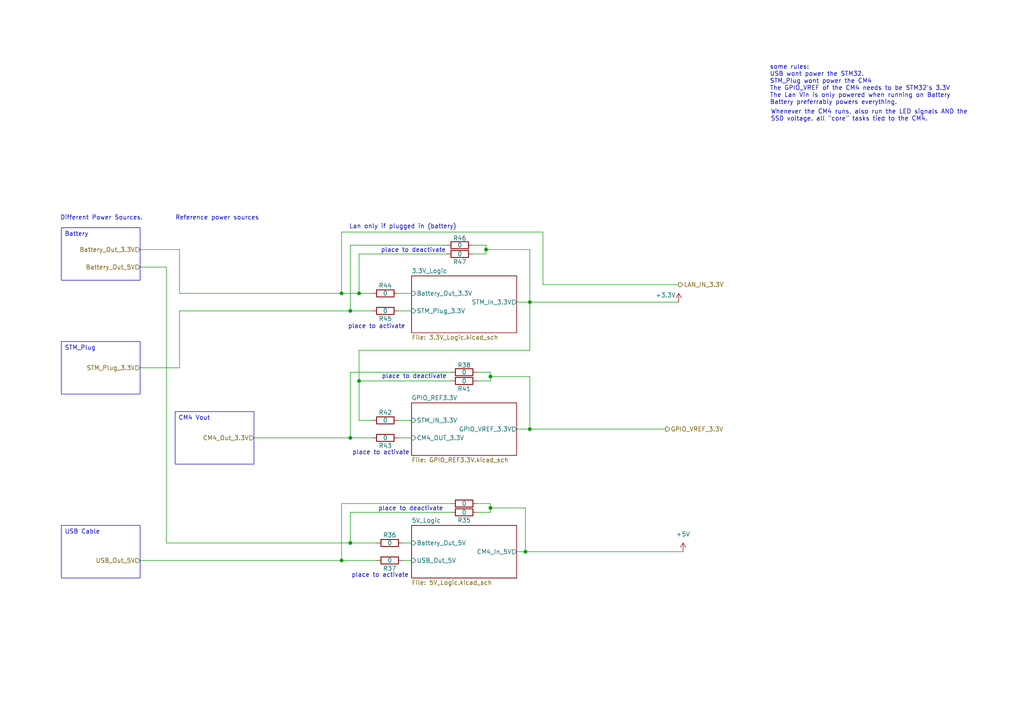
<source format=kicad_sch>
(kicad_sch (version 20250114) (generator "eeschema") (generator_version "9.0")
  (paper "A4")
  (title_block (date "2025-11-18") (company "Davide"))
  (lib_symbols
    (symbol "#dzdb:g_res/R-0-0603" (pin_numbers hide) (pin_names (offset 0))
      (property "Reference" "R" (at 2.032 0 90))
      (property "Value" "0" (at 0 0 90))
      (symbol "g_res/R-0-0603_0_1"
        (rectangle (start -1.016 -2.54) (end 1.016 2.54) (stroke (width 0.254)))
      )
      (symbol "g_res/R-0-0603_1_1"
        (pin passive line (at 0 3.81 270) (length 1.27) (name "~") (number "1"))
        (pin passive line (at 0 -3.81 90) (length 1.27) (name "~") (number "2"))
      )
    )
    (symbol "power:+3.3V" (power) (pin_numbers hide) (pin_names (offset 0) hide)
      (property "Value" "+3.3V" (at 0 3.556 0))
      (symbol "+3.3V_0_1"
        (polyline (pts (xy -0.762 1.27) (xy 0 2.54)))
        (polyline (pts (xy 0 2.54) (xy 0.762 1.27)))
        (polyline (pts (xy 0 0) (xy 0 2.54)))
      )
      (symbol "+3.3V_1_1"
        (pin power_in line (at 0 0 90) (length 0) (name "~") (number "1"))
      )
    )
    (symbol "power:+5V" (power) (pin_numbers hide) (pin_names (offset 0) hide)
      (property "Value" "+5V" (at 0 3.556 0))
      (symbol "+5V_0_1"
        (polyline (pts (xy -0.762 1.27) (xy 0 2.54)))
        (polyline (pts (xy 0 2.54) (xy 0.762 1.27)))
        (polyline (pts (xy 0 0) (xy 0 2.54)))
      )
      (symbol "+5V_1_1"
        (pin power_in line (at 0 0 90) (length 0) (name "~") (number "1"))
      )
    )
  )
  (junction (at 142.24 109.22))
  (junction (at 104.14 85.09))
  (junction (at 101.6 90.17))
  (junction (at 140.97 72.39))
  (junction (at 99.06 162.56))
  (junction (at 101.6 127))
  (junction (at 153.67 87.63))
  (junction (at 104.14 110.49))
  (junction (at 142.24 147.32))
  (junction (at 152.4 160.02))
  (junction (at 101.6 157.48))
  (junction (at 99.06 85.09))
  (junction (at 153.67 124.46))
  (wire (pts (xy 99.06 67.31) (xy 157.48 67.31)))
  (wire (pts (xy 101.6 148.59) (xy 101.6 157.48)))
  (wire (pts (xy 40.64 106.68) (xy 52.07 106.68)))
  (wire (pts (xy 101.6 157.48) (xy 109.22 157.48)))
  (wire (pts (xy 142.24 110.49) (xy 142.24 109.22)))
  (wire (pts (xy 107.95 121.92) (xy 104.14 121.92)))
  (wire (pts (xy 104.14 85.09) (xy 107.95 85.09)))
  (wire (pts (xy 40.64 162.56) (xy 99.06 162.56)))
  (wire (pts (xy 116.84 162.56) (xy 119.38 162.56)))
  (wire (pts (xy 149.86 124.46) (xy 153.67 124.46)))
  (wire (pts (xy 152.4 160.02) (xy 198.12 160.02)))
  (wire (pts (xy 101.6 90.17) (xy 107.95 90.17)))
  (wire (pts (xy 99.06 146.05) (xy 130.81 146.05)))
  (wire (pts (xy 138.43 146.05) (xy 142.24 146.05)))
  (wire (pts (xy 99.06 67.31) (xy 99.06 85.09)))
  (wire (pts (xy 153.67 109.22) (xy 153.67 124.46)))
  (wire (pts (xy 101.6 148.59) (xy 130.81 148.59)))
  (wire (pts (xy 52.07 90.17) (xy 101.6 90.17)))
  (wire (pts (xy 99.06 162.56) (xy 109.22 162.56)))
  (wire (pts (xy 142.24 147.32) (xy 142.24 146.05)))
  (wire (pts (xy 152.4 147.32) (xy 152.4 160.02)))
  (wire (pts (xy 104.14 73.66) (xy 129.54 73.66)))
  (wire (pts (xy 73.66 127) (xy 101.6 127)))
  (wire (pts (xy 99.06 85.09) (xy 104.14 85.09)))
  (wire (pts (xy 142.24 109.22) (xy 153.67 109.22)))
  (wire (pts (xy 153.67 72.39) (xy 153.67 87.63)))
  (wire (pts (xy 138.43 110.49) (xy 142.24 110.49)))
  (wire (pts (xy 142.24 147.32) (xy 142.24 148.59)))
  (wire (pts (xy 157.48 82.55) (xy 157.48 67.31)))
  (wire (pts (xy 104.14 101.6) (xy 104.14 110.49)))
  (wire (pts (xy 52.07 72.39) (xy 52.07 85.09)))
  (wire (pts (xy 101.6 127) (xy 107.95 127)))
  (wire (pts (xy 138.43 148.59) (xy 142.24 148.59)))
  (wire (pts (xy 149.86 160.02) (xy 152.4 160.02)))
  (wire (pts (xy 142.24 147.32) (xy 152.4 147.32)))
  (wire (pts (xy 137.16 73.66) (xy 140.97 73.66)))
  (wire (pts (xy 48.26 77.47) (xy 48.26 157.48)))
  (wire (pts (xy 140.97 72.39) (xy 153.67 72.39)))
  (wire (pts (xy 115.57 121.92) (xy 119.38 121.92)))
  (wire (pts (xy 140.97 71.12) (xy 137.16 71.12)))
  (wire (pts (xy 48.26 157.48) (xy 101.6 157.48)))
  (wire (pts (xy 101.6 107.95) (xy 130.81 107.95)))
  (wire (pts (xy 104.14 110.49) (xy 104.14 121.92)))
  (wire (pts (xy 140.97 73.66) (xy 140.97 72.39)))
  (wire (pts (xy 101.6 71.12) (xy 129.54 71.12)))
  (wire (pts (xy 115.57 127) (xy 119.38 127)))
  (wire (pts (xy 104.14 85.09) (xy 104.14 73.66)))
  (wire (pts (xy 52.07 85.09) (xy 99.06 85.09)))
  (wire (pts (xy 101.6 90.17) (xy 101.6 71.12)))
  (wire (pts (xy 99.06 146.05) (xy 99.06 162.56)))
  (wire (pts (xy 153.67 124.46) (xy 193.04 124.46)))
  (wire (pts (xy 104.14 110.49) (xy 130.81 110.49)))
  (wire (pts (xy 140.97 72.39) (xy 140.97 71.12)))
  (wire (pts (xy 142.24 107.95) (xy 138.43 107.95)))
  (wire (pts (xy 40.64 77.47) (xy 48.26 77.47)))
  (wire (pts (xy 115.57 85.09) (xy 119.38 85.09)))
  (wire (pts (xy 153.67 87.63) (xy 153.67 101.6)))
  (wire (pts (xy 142.24 109.22) (xy 142.24 107.95)))
  (wire (pts (xy 40.64 72.39) (xy 52.07 72.39)))
  (wire (pts (xy 115.57 90.17) (xy 119.38 90.17)))
  (wire (pts (xy 153.67 101.6) (xy 104.14 101.6)))
  (wire (pts (xy 149.86 87.63) (xy 153.67 87.63)))
  (wire (pts (xy 101.6 127) (xy 101.6 107.95)))
  (wire (pts (xy 116.84 157.48) (xy 119.38 157.48)))
  (wire (pts (xy 52.07 106.68) (xy 52.07 90.17)))
  (wire (pts (xy 153.67 87.63) (xy 196.85 87.63)))
  (wire (pts (xy 196.85 82.55) (xy 157.48 82.55)))
  (text_box "CM4 Vout" (at 50.8 119.38 0) (size 22.86 15.24) (margins 0.9525 0.9525 0.9525 0.9525) (effects (font (size 1.27 1.27)) (justify left top)))
  (text_box "USB Cable" (at 17.78 152.4 0) (size 22.86 15.24) (margins 0.9525 0.9525 0.9525 0.9525) (effects (font (size 1.27 1.27)) (justify left top)))
  (text_box "Battery" (at 17.78 66.04 0) (size 22.86 15.24) (margins 0.9525 0.9525 0.9525 0.9525) (effects (font (size 1.27 1.27)) (justify left top)))
  (text_box "STM_Plug" (at 17.78 99.06 0) (size 22.86 15.24) (margins 0.9525 0.9525 0.9525 0.9525) (effects (font (size 1.27 1.27)) (justify left top)))
  (text "place to activate" (at 110.49 131.318 0) (effects (font (size 1.27 1.27))))
  (text "Whenever the CM4 runs, also run the LED signals AND the\nSSD voltage. all \"core\" tasks tied to the CM4." (at 223.52 33.528 0) (effects (font (size 1.27 1.27)) (justify left)))
  (text "Different Power Sources." (at 29.464 63.246 0) (effects (font (size 1.27 1.27))))
  (text "some rules:\nUSB wont power the STM32.\nSTM_Plug wont power the CM4\nThe GPIO_VREF of the CM4 needs to be STM32's 3.3V\nThe Lan Vin is only powered when running on Battery\nBattery preferrably powers everything." (at 223.266 24.638 0) (effects (font (size 1.27 1.27)) (justify left)))
  (text "place to deactivate" (at 119.126 147.574 0) (effects (font (size 1.27 1.27))))
  (text "Lan only if plugged in (battery)" (at 116.84 65.786 0) (effects (font (size 1.27 1.27))))
  (text "place to deactivate" (at 119.888 72.644 0) (effects (font (size 1.27 1.27))))
  (text "Reference power sources" (at 62.992 63.246 0) (effects (font (size 1.27 1.27))))
  (text "place to deactivate" (at 120.142 109.22 0) (effects (font (size 1.27 1.27))))
  (text "place to activate" (at 110.236 166.878 0) (effects (font (size 1.27 1.27))))
  (text "place to activate" (at 109.22 94.742 0) (effects (font (size 1.27 1.27))))
  (hierarchical_label "STM_Plug_3.3V" (shape input) (at 40.64 106.68 180))
  (hierarchical_label "GPIO_VREF_3.3V" (shape output) (at 193.04 124.46 0))
  (hierarchical_label "Battery_Out_3.3V" (shape input) (at 40.64 72.39 180))
  (hierarchical_label "CM4_Out_3.3V" (shape input) (at 73.66 127 180))
  (hierarchical_label "LAN_IN_3.3V" (shape output) (at 196.85 82.55 0))
  (hierarchical_label "Battery_Out_5V" (shape input) (at 40.64 77.47 180))
  (hierarchical_label "USB_Out_5V" (shape input) (at 40.64 162.56 180))
  (symbol (lib_id "power:+3.3V") (at 196.85 87.63 0) (unit 1)
    (property "Reference" "#PWR031" (effects (hide yes)))
    (property "Value" "+3.3V" (at 193.04 85.598 0))
    (property "Description" "Power symbol creates a global label with name \"+3.3V\"" (effects (hide yes)))
  )
  (symbol (lib_id "#dzdb:g_res/R-0-0603") (at 134.62 148.59 90) (unit 1)
    (property "Reference" "R35" (at 134.62 150.876 90))
    (property "Value" "0" (at 134.62 148.59 90))
    (property "Footprint" "Resistor_SMD:R_0603_1608Metric" (effects (hide yes)))
    (property "Datasheet" "https://www.we-online.com/components/products/datasheet/560112116001.pdf" (effects (hide yes)))
    (property "Description" "Thick Film Resistors - SMD WRIS-RSKS <0.05 Ohms  0.1 W Jumper 0603" (effects (hide yes)))
    (property "IPN" "R-0-0603" (effects (hide yes)))
    (property "MPN" "560112116001" (effects (hide yes)))
    (property "Manufacturer" "Wurth Elektronik" (effects (hide yes)))
    (property "Resistance" "0" (effects (hide yes)))
    (property "Power" "0.1W" (effects (hide yes)))
    (property "Material" "Thick film" (effects (hide yes)))
    (property "Tolerance" "5%" (effects (hide yes)))
    (property "Supplier" "Mouser" (effects (hide yes)))
    (property "SPN" "710-560112116001" (effects (hide yes)))
    (property "LCSC" "CXXXXX" (effects (hide yes)))
    (property "Comment" "lifecycle=Active; note=Auto-generated" (effects (hide yes)))
  )
  (symbol (lib_id "#dzdb:g_res/R-0-0603") (at 134.62 146.05 90) (unit 1)
    (property "Reference" "R34" (effects (hide yes)))
    (property "Value" "0" (at 134.62 146.05 90))
    (property "Footprint" "Resistor_SMD:R_0603_1608Metric" (effects (hide yes)))
    (property "Datasheet" "https://www.we-online.com/components/products/datasheet/560112116001.pdf" (effects (hide yes)))
    (property "Description" "Thick Film Resistors - SMD WRIS-RSKS <0.05 Ohms  0.1 W Jumper 0603" (effects (hide yes)))
    (property "IPN" "R-0-0603" (effects (hide yes)))
    (property "MPN" "560112116001" (effects (hide yes)))
    (property "Manufacturer" "Wurth Elektronik" (effects (hide yes)))
    (property "Resistance" "0" (effects (hide yes)))
    (property "Power" "0.1W" (effects (hide yes)))
    (property "Material" "Thick film" (effects (hide yes)))
    (property "Tolerance" "5%" (effects (hide yes)))
    (property "Supplier" "Mouser" (effects (hide yes)))
    (property "SPN" "710-560112116001" (effects (hide yes)))
    (property "LCSC" "CXXXXX" (effects (hide yes)))
    (property "Comment" "lifecycle=Active; note=Auto-generated" (effects (hide yes)))
  )
  (symbol (lib_id "#dzdb:g_res/R-0-0603") (at 111.76 90.17 90) (unit 1)
    (property "Reference" "R45" (at 111.76 92.456 90))
    (property "Value" "0" (at 111.76 90.17 90))
    (property "Footprint" "Resistor_SMD:R_0603_1608Metric" (effects (hide yes)))
    (property "Datasheet" "https://www.we-online.com/components/products/datasheet/560112116001.pdf" (effects (hide yes)))
    (property "Description" "Thick Film Resistors - SMD WRIS-RSKS <0.05 Ohms  0.1 W Jumper 0603" (effects (hide yes)))
    (property "IPN" "R-0-0603" (effects (hide yes)))
    (property "MPN" "560112116001" (effects (hide yes)))
    (property "Manufacturer" "Wurth Elektronik" (effects (hide yes)))
    (property "Resistance" "0" (effects (hide yes)))
    (property "Power" "0.1W" (effects (hide yes)))
    (property "Material" "Thick film" (effects (hide yes)))
    (property "Tolerance" "5%" (effects (hide yes)))
    (property "Supplier" "Mouser" (effects (hide yes)))
    (property "SPN" "710-560112116001" (effects (hide yes)))
    (property "LCSC" "CXXXXX" (effects (hide yes)))
    (property "Comment" "lifecycle=Active; note=Auto-generated" (effects (hide yes)))
  )
  (symbol (lib_id "#dzdb:g_res/R-0-0603") (at 111.76 85.09 90) (unit 1)
    (property "Reference" "R44" (at 111.76 82.804 90))
    (property "Value" "0" (at 111.76 85.09 90))
    (property "Footprint" "Resistor_SMD:R_0603_1608Metric" (effects (hide yes)))
    (property "Datasheet" "https://www.we-online.com/components/products/datasheet/560112116001.pdf" (effects (hide yes)))
    (property "Description" "Thick Film Resistors - SMD WRIS-RSKS <0.05 Ohms  0.1 W Jumper 0603" (effects (hide yes)))
    (property "IPN" "R-0-0603" (effects (hide yes)))
    (property "MPN" "560112116001" (effects (hide yes)))
    (property "Manufacturer" "Wurth Elektronik" (effects (hide yes)))
    (property "Resistance" "0" (effects (hide yes)))
    (property "Power" "0.1W" (effects (hide yes)))
    (property "Material" "Thick film" (effects (hide yes)))
    (property "Tolerance" "5%" (effects (hide yes)))
    (property "Supplier" "Mouser" (effects (hide yes)))
    (property "SPN" "710-560112116001" (effects (hide yes)))
    (property "LCSC" "CXXXXX" (effects (hide yes)))
    (property "Comment" "lifecycle=Active; note=Auto-generated" (effects (hide yes)))
  )
  (symbol (lib_id "#dzdb:g_res/R-0-0603") (at 113.03 157.48 90) (unit 1)
    (property "Reference" "R36" (at 113.03 155.194 90))
    (property "Value" "0" (at 113.03 157.48 90))
    (property "Footprint" "Resistor_SMD:R_0603_1608Metric" (effects (hide yes)))
    (property "Datasheet" "https://www.we-online.com/components/products/datasheet/560112116001.pdf" (effects (hide yes)))
    (property "Description" "Thick Film Resistors - SMD WRIS-RSKS <0.05 Ohms  0.1 W Jumper 0603" (effects (hide yes)))
    (property "IPN" "R-0-0603" (effects (hide yes)))
    (property "MPN" "560112116001" (effects (hide yes)))
    (property "Manufacturer" "Wurth Elektronik" (effects (hide yes)))
    (property "Resistance" "0" (effects (hide yes)))
    (property "Power" "0.1W" (effects (hide yes)))
    (property "Material" "Thick film" (effects (hide yes)))
    (property "Tolerance" "5%" (effects (hide yes)))
    (property "Supplier" "Mouser" (effects (hide yes)))
    (property "SPN" "710-560112116001" (effects (hide yes)))
    (property "LCSC" "CXXXXX" (effects (hide yes)))
    (property "Comment" "lifecycle=Active; note=Auto-generated" (effects (hide yes)))
  )
  (symbol (lib_id "#dzdb:g_res/R-0-0603") (at 133.35 71.12 90) (unit 1)
    (property "Reference" "R46" (at 133.35 69.088 90))
    (property "Value" "0" (at 133.35 71.12 90))
    (property "Footprint" "Resistor_SMD:R_0603_1608Metric" (effects (hide yes)))
    (property "Datasheet" "https://www.we-online.com/components/products/datasheet/560112116001.pdf" (effects (hide yes)))
    (property "Description" "Thick Film Resistors - SMD WRIS-RSKS <0.05 Ohms  0.1 W Jumper 0603" (effects (hide yes)))
    (property "IPN" "R-0-0603" (effects (hide yes)))
    (property "MPN" "560112116001" (effects (hide yes)))
    (property "Manufacturer" "Wurth Elektronik" (effects (hide yes)))
    (property "Resistance" "0" (effects (hide yes)))
    (property "Power" "0.1W" (effects (hide yes)))
    (property "Material" "Thick film" (effects (hide yes)))
    (property "Tolerance" "5%" (effects (hide yes)))
    (property "Supplier" "Mouser" (effects (hide yes)))
    (property "SPN" "710-560112116001" (effects (hide yes)))
    (property "LCSC" "CXXXXX" (effects (hide yes)))
    (property "Comment" "lifecycle=Active; note=Auto-generated" (effects (hide yes)))
  )
  (symbol (lib_id "#dzdb:g_res/R-0-0603") (at 111.76 127 90) (unit 1)
    (property "Reference" "R43" (at 111.76 129.286 90))
    (property "Value" "0" (at 111.76 127 90))
    (property "Footprint" "Resistor_SMD:R_0603_1608Metric" (effects (hide yes)))
    (property "Datasheet" "https://www.we-online.com/components/products/datasheet/560112116001.pdf" (effects (hide yes)))
    (property "Description" "Thick Film Resistors - SMD WRIS-RSKS <0.05 Ohms  0.1 W Jumper 0603" (effects (hide yes)))
    (property "IPN" "R-0-0603" (effects (hide yes)))
    (property "MPN" "560112116001" (effects (hide yes)))
    (property "Manufacturer" "Wurth Elektronik" (effects (hide yes)))
    (property "Resistance" "0" (effects (hide yes)))
    (property "Power" "0.1W" (effects (hide yes)))
    (property "Material" "Thick film" (effects (hide yes)))
    (property "Tolerance" "5%" (effects (hide yes)))
    (property "Supplier" "Mouser" (effects (hide yes)))
    (property "SPN" "710-560112116001" (effects (hide yes)))
    (property "LCSC" "CXXXXX" (effects (hide yes)))
    (property "Comment" "lifecycle=Active; note=Auto-generated" (effects (hide yes)))
  )
  (symbol (lib_id "#dzdb:g_res/R-0-0603") (at 134.62 107.95 90) (unit 1)
    (property "Reference" "R38" (at 134.62 105.918 90))
    (property "Value" "0" (at 134.62 107.95 90))
    (property "Footprint" "Resistor_SMD:R_0603_1608Metric" (effects (hide yes)))
    (property "Datasheet" "https://www.we-online.com/components/products/datasheet/560112116001.pdf" (effects (hide yes)))
    (property "Description" "Thick Film Resistors - SMD WRIS-RSKS <0.05 Ohms  0.1 W Jumper 0603" (effects (hide yes)))
    (property "IPN" "R-0-0603" (effects (hide yes)))
    (property "MPN" "560112116001" (effects (hide yes)))
    (property "Manufacturer" "Wurth Elektronik" (effects (hide yes)))
    (property "Resistance" "0" (effects (hide yes)))
    (property "Power" "0.1W" (effects (hide yes)))
    (property "Material" "Thick film" (effects (hide yes)))
    (property "Tolerance" "5%" (effects (hide yes)))
    (property "Supplier" "Mouser" (effects (hide yes)))
    (property "SPN" "710-560112116001" (effects (hide yes)))
    (property "LCSC" "CXXXXX" (effects (hide yes)))
    (property "Comment" "lifecycle=Active; note=Auto-generated" (effects (hide yes)))
  )
  (symbol (lib_id "#dzdb:g_res/R-0-0603") (at 133.35 73.66 90) (unit 1)
    (property "Reference" "R47" (at 133.35 75.946 90))
    (property "Value" "0" (at 133.35 73.66 90))
    (property "Footprint" "Resistor_SMD:R_0603_1608Metric" (effects (hide yes)))
    (property "Datasheet" "https://www.we-online.com/components/products/datasheet/560112116001.pdf" (effects (hide yes)))
    (property "Description" "Thick Film Resistors - SMD WRIS-RSKS <0.05 Ohms  0.1 W Jumper 0603" (effects (hide yes)))
    (property "IPN" "R-0-0603" (effects (hide yes)))
    (property "MPN" "560112116001" (effects (hide yes)))
    (property "Manufacturer" "Wurth Elektronik" (effects (hide yes)))
    (property "Resistance" "0" (effects (hide yes)))
    (property "Power" "0.1W" (effects (hide yes)))
    (property "Material" "Thick film" (effects (hide yes)))
    (property "Tolerance" "5%" (effects (hide yes)))
    (property "Supplier" "Mouser" (effects (hide yes)))
    (property "SPN" "710-560112116001" (effects (hide yes)))
    (property "LCSC" "CXXXXX" (effects (hide yes)))
    (property "Comment" "lifecycle=Active; note=Auto-generated" (effects (hide yes)))
  )
  (symbol (lib_id "#dzdb:g_res/R-0-0603") (at 113.03 162.56 90) (unit 1)
    (property "Reference" "R37" (at 113.03 164.846 90))
    (property "Value" "0" (at 113.03 162.56 90))
    (property "Footprint" "Resistor_SMD:R_0603_1608Metric" (effects (hide yes)))
    (property "Datasheet" "https://www.we-online.com/components/products/datasheet/560112116001.pdf" (effects (hide yes)))
    (property "Description" "Thick Film Resistors - SMD WRIS-RSKS <0.05 Ohms  0.1 W Jumper 0603" (effects (hide yes)))
    (property "IPN" "R-0-0603" (effects (hide yes)))
    (property "MPN" "560112116001" (effects (hide yes)))
    (property "Manufacturer" "Wurth Elektronik" (effects (hide yes)))
    (property "Resistance" "0" (effects (hide yes)))
    (property "Power" "0.1W" (effects (hide yes)))
    (property "Material" "Thick film" (effects (hide yes)))
    (property "Tolerance" "5%" (effects (hide yes)))
    (property "Supplier" "Mouser" (effects (hide yes)))
    (property "SPN" "710-560112116001" (effects (hide yes)))
    (property "LCSC" "CXXXXX" (effects (hide yes)))
    (property "Comment" "lifecycle=Active; note=Auto-generated" (effects (hide yes)))
  )
  (symbol (lib_id "#dzdb:g_res/R-0-0603") (at 111.76 121.92 90) (unit 1)
    (property "Reference" "R42" (at 111.76 119.634 90))
    (property "Value" "0" (at 111.76 121.92 90))
    (property "Footprint" "Resistor_SMD:R_0603_1608Metric" (effects (hide yes)))
    (property "Datasheet" "https://www.we-online.com/components/products/datasheet/560112116001.pdf" (effects (hide yes)))
    (property "Description" "Thick Film Resistors - SMD WRIS-RSKS <0.05 Ohms  0.1 W Jumper 0603" (effects (hide yes)))
    (property "IPN" "R-0-0603" (effects (hide yes)))
    (property "MPN" "560112116001" (effects (hide yes)))
    (property "Manufacturer" "Wurth Elektronik" (effects (hide yes)))
    (property "Resistance" "0" (effects (hide yes)))
    (property "Power" "0.1W" (effects (hide yes)))
    (property "Material" "Thick film" (effects (hide yes)))
    (property "Tolerance" "5%" (effects (hide yes)))
    (property "Supplier" "Mouser" (effects (hide yes)))
    (property "SPN" "710-560112116001" (effects (hide yes)))
    (property "LCSC" "CXXXXX" (effects (hide yes)))
    (property "Comment" "lifecycle=Active; note=Auto-generated" (effects (hide yes)))
  )
  (symbol (lib_id "#dzdb:g_res/R-0-0603") (at 134.62 110.49 90) (unit 1)
    (property "Reference" "R41" (at 134.62 112.776 90))
    (property "Value" "0" (at 134.62 110.49 90))
    (property "Footprint" "Resistor_SMD:R_0603_1608Metric" (effects (hide yes)))
    (property "Datasheet" "https://www.we-online.com/components/products/datasheet/560112116001.pdf" (effects (hide yes)))
    (property "Description" "Thick Film Resistors - SMD WRIS-RSKS <0.05 Ohms  0.1 W Jumper 0603" (effects (hide yes)))
    (property "IPN" "R-0-0603" (effects (hide yes)))
    (property "MPN" "560112116001" (effects (hide yes)))
    (property "Manufacturer" "Wurth Elektronik" (effects (hide yes)))
    (property "Resistance" "0" (effects (hide yes)))
    (property "Power" "0.1W" (effects (hide yes)))
    (property "Material" "Thick film" (effects (hide yes)))
    (property "Tolerance" "5%" (effects (hide yes)))
    (property "Supplier" "Mouser" (effects (hide yes)))
    (property "SPN" "710-560112116001" (effects (hide yes)))
    (property "LCSC" "CXXXXX" (effects (hide yes)))
    (property "Comment" "lifecycle=Active; note=Auto-generated" (effects (hide yes)))
  )
  (symbol (lib_id "power:+5V") (at 198.12 160.02 0) (unit 1)
    (property "Reference" "#PWR032" (effects (hide yes)))
    (property "Value" "+5V" (at 198.12 154.94 0))
    (property "Description" "Power symbol creates a global label with name \"+5V\"" (effects (hide yes)))
  )
  (sheet (at 119.38 152.4) (size 30.48 15.24) (stroke (width 0.1524)) (fill (color 0 0 0 0.0))
    (property "Sheetname" "5V_Logic" (at 119.38 151.6884 0) (effects (justify left bottom)))
    (property "Sheetfile" "5V_Logic.kicad_sch" (at 119.38 168.2246 0) (effects (justify left top)))
    (pin "Battery_Out_5V" input (at 119.38 157.48 180))
    (pin "CM4_In_5V" output (at 149.86 160.02 0))
    (pin "USB_Out_5V" input (at 119.38 162.56 180))
  )
  (sheet (at 119.38 80.01) (size 30.48 16.51) (stroke (width 0.1524)) (fill (color 0 0 0 0.0))
    (property "Sheetname" "3.3V_Logic" (at 119.38 79.2984 0) (effects (justify left bottom)))
    (property "Sheetfile" "3.3V_Logic.kicad_sch" (at 119.38 97.1046 0) (effects (justify left top)))
    (pin "Battery_Out_3.3V" input (at 119.38 85.09 180))
    (pin "STM_Plug_3.3V" input (at 119.38 90.17 180))
    (pin "STM_In_3.3V" output (at 149.86 87.63 0))
  )
  (sheet (at 119.38 116.84) (size 30.48 15.24) (stroke (width 0.1524)) (fill (color 0 0 0 0.0))
    (property "Sheetname" "GPIO_REF3.3V" (at 119.38 116.1284 0) (effects (justify left bottom)))
    (property "Sheetfile" "GPIO_REF3.3V.kicad_sch" (at 119.38 132.6646 0) (effects (justify left top)))
    (pin "GPIO_VREF_3.3V" output (at 149.86 124.46 0))
    (pin "STM_IN_3.3V" input (at 119.38 121.92 180))
    (pin "CM4_OUT_3.3V" input (at 119.38 127 180))
  )
)
</source>
